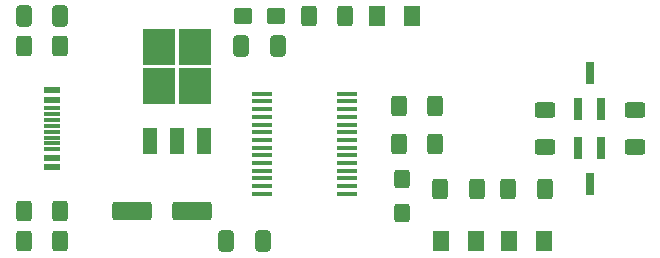
<source format=gbr>
%TF.GenerationSoftware,KiCad,Pcbnew,(6.0.10-dirty)*%
%TF.CreationDate,2022-12-24T01:30:52+01:00*%
%TF.ProjectId,esp32-cy7c65213-programmer,65737033-322d-4637-9937-633635323133,rev?*%
%TF.SameCoordinates,Original*%
%TF.FileFunction,Paste,Top*%
%TF.FilePolarity,Positive*%
%FSLAX46Y46*%
G04 Gerber Fmt 4.6, Leading zero omitted, Abs format (unit mm)*
G04 Created by KiCad (PCBNEW (6.0.10-dirty)) date 2022-12-24 01:30:52*
%MOMM*%
%LPD*%
G01*
G04 APERTURE LIST*
G04 Aperture macros list*
%AMRoundRect*
0 Rectangle with rounded corners*
0 $1 Rounding radius*
0 $2 $3 $4 $5 $6 $7 $8 $9 X,Y pos of 4 corners*
0 Add a 4 corners polygon primitive as box body*
4,1,4,$2,$3,$4,$5,$6,$7,$8,$9,$2,$3,0*
0 Add four circle primitives for the rounded corners*
1,1,$1+$1,$2,$3*
1,1,$1+$1,$4,$5*
1,1,$1+$1,$6,$7*
1,1,$1+$1,$8,$9*
0 Add four rect primitives between the rounded corners*
20,1,$1+$1,$2,$3,$4,$5,0*
20,1,$1+$1,$4,$5,$6,$7,0*
20,1,$1+$1,$6,$7,$8,$9,0*
20,1,$1+$1,$8,$9,$2,$3,0*%
G04 Aperture macros list end*
%ADD10R,0.800000X1.900000*%
%ADD11RoundRect,0.250000X0.412500X0.650000X-0.412500X0.650000X-0.412500X-0.650000X0.412500X-0.650000X0*%
%ADD12R,2.750000X3.050000*%
%ADD13R,1.200000X2.200000*%
%ADD14RoundRect,0.250000X1.412500X0.550000X-1.412500X0.550000X-1.412500X-0.550000X1.412500X-0.550000X0*%
%ADD15RoundRect,0.250000X-0.537500X-0.425000X0.537500X-0.425000X0.537500X0.425000X-0.537500X0.425000X0*%
%ADD16RoundRect,0.250000X-0.400000X-0.625000X0.400000X-0.625000X0.400000X0.625000X-0.400000X0.625000X0*%
%ADD17RoundRect,0.250000X-0.412500X-0.650000X0.412500X-0.650000X0.412500X0.650000X-0.412500X0.650000X0*%
%ADD18RoundRect,0.250000X0.400000X0.625000X-0.400000X0.625000X-0.400000X-0.625000X0.400000X-0.625000X0*%
%ADD19R,1.450000X0.600000*%
%ADD20R,1.450000X0.300000*%
%ADD21RoundRect,0.250001X0.462499X0.624999X-0.462499X0.624999X-0.462499X-0.624999X0.462499X-0.624999X0*%
%ADD22RoundRect,0.250000X0.625000X-0.400000X0.625000X0.400000X-0.625000X0.400000X-0.625000X-0.400000X0*%
%ADD23RoundRect,0.250000X0.425000X-0.537500X0.425000X0.537500X-0.425000X0.537500X-0.425000X-0.537500X0*%
%ADD24RoundRect,0.250001X-0.462499X-0.624999X0.462499X-0.624999X0.462499X0.624999X-0.462499X0.624999X0*%
%ADD25R,1.750000X0.450000*%
%ADD26RoundRect,0.250000X-0.625000X0.400000X-0.625000X-0.400000X0.625000X-0.400000X0.625000X0.400000X0*%
G04 APERTURE END LIST*
D10*
%TO.C,Q2*%
X144460000Y-110260000D03*
X142560000Y-110260000D03*
X143510000Y-113260000D03*
%TD*%
%TO.C,Q1*%
X142560000Y-106910000D03*
X144460000Y-106910000D03*
X143510000Y-103910000D03*
%TD*%
D11*
%TO.C,C4*%
X115862500Y-118110000D03*
X112737500Y-118110000D03*
%TD*%
D12*
%TO.C,U1*%
X110110000Y-104985000D03*
X107060000Y-104985000D03*
X110110000Y-101635000D03*
X107060000Y-101635000D03*
D13*
X106305000Y-109610000D03*
X108585000Y-109610000D03*
X110865000Y-109610000D03*
%TD*%
D14*
%TO.C,C5*%
X109852500Y-115570000D03*
X104777500Y-115570000D03*
%TD*%
D15*
%TO.C,C3*%
X114132500Y-99060000D03*
X117007500Y-99060000D03*
%TD*%
D16*
%TO.C,R4*%
X127355000Y-106680000D03*
X130455000Y-106680000D03*
%TD*%
D17*
%TO.C,C2*%
X114007500Y-101600000D03*
X117132500Y-101600000D03*
%TD*%
D16*
%TO.C,R5*%
X127355000Y-109855000D03*
X130455000Y-109855000D03*
%TD*%
D18*
%TO.C,R8*%
X122835000Y-99060000D03*
X119735000Y-99060000D03*
%TD*%
D16*
%TO.C,R1*%
X95605000Y-101600000D03*
X98705000Y-101600000D03*
%TD*%
%TO.C,R6*%
X136600000Y-113665000D03*
X139700000Y-113665000D03*
%TD*%
D18*
%TO.C,R7*%
X133985000Y-113665000D03*
X130885000Y-113665000D03*
%TD*%
D16*
%TO.C,R3*%
X95605000Y-115570000D03*
X98705000Y-115570000D03*
%TD*%
D19*
%TO.C,J1*%
X98025000Y-105335000D03*
X98025000Y-106135000D03*
D20*
X98025000Y-107335000D03*
X98025000Y-108335000D03*
X98025000Y-108835000D03*
X98025000Y-109835000D03*
D19*
X98025000Y-111035000D03*
X98025000Y-111835000D03*
X98025000Y-111835000D03*
X98025000Y-111035000D03*
D20*
X98025000Y-110335000D03*
X98025000Y-109335000D03*
X98025000Y-107835000D03*
X98025000Y-106835000D03*
D19*
X98025000Y-106135000D03*
X98025000Y-105335000D03*
%TD*%
D21*
%TO.C,D1*%
X139637500Y-118110000D03*
X136662500Y-118110000D03*
%TD*%
D16*
%TO.C,R2*%
X95605000Y-118110000D03*
X98705000Y-118110000D03*
%TD*%
D17*
%TO.C,C1*%
X95592500Y-99060000D03*
X98717500Y-99060000D03*
%TD*%
D22*
%TO.C,R9*%
X139700000Y-110135000D03*
X139700000Y-107035000D03*
%TD*%
D23*
%TO.C,C6*%
X127635000Y-115737500D03*
X127635000Y-112862500D03*
%TD*%
D24*
%TO.C,D2*%
X130947500Y-118110000D03*
X133922500Y-118110000D03*
%TD*%
D25*
%TO.C,U2*%
X115780000Y-105630000D03*
X115780000Y-106280000D03*
X115780000Y-106930000D03*
X115780000Y-107580000D03*
X115780000Y-108230000D03*
X115780000Y-108880000D03*
X115780000Y-109530000D03*
X115780000Y-110180000D03*
X115780000Y-110830000D03*
X115780000Y-111480000D03*
X115780000Y-112130000D03*
X115780000Y-112780000D03*
X115780000Y-113430000D03*
X115780000Y-114080000D03*
X122980000Y-114080000D03*
X122980000Y-113430000D03*
X122980000Y-112780000D03*
X122980000Y-112130000D03*
X122980000Y-111480000D03*
X122980000Y-110830000D03*
X122980000Y-110180000D03*
X122980000Y-109530000D03*
X122980000Y-108880000D03*
X122980000Y-108230000D03*
X122980000Y-107580000D03*
X122980000Y-106930000D03*
X122980000Y-106280000D03*
X122980000Y-105630000D03*
%TD*%
D24*
%TO.C,D3*%
X125512500Y-99060000D03*
X128487500Y-99060000D03*
%TD*%
D26*
%TO.C,R10*%
X147320000Y-107035000D03*
X147320000Y-110135000D03*
%TD*%
M02*

</source>
